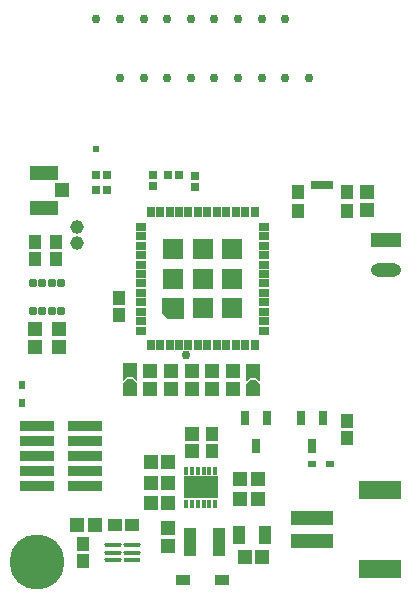
<source format=gts>
G04*
G04 #@! TF.GenerationSoftware,Altium Limited,Altium Designer,21.0.8 (223)*
G04*
G04 Layer_Color=8388736*
%FSLAX25Y25*%
%MOIN*%
G70*
G04*
G04 #@! TF.SameCoordinates,33316FA8-22EC-4851-BF61-47935A3E7C20*
G04*
G04*
G04 #@! TF.FilePolarity,Negative*
G04*
G01*
G75*
%ADD28R,0.01968X0.01968*%
%ADD43R,0.03937X0.05906*%
%ADD45R,0.05764X0.01480*%
G04:AMPARAMS|DCode=46|XSize=57.64mil|YSize=14.8mil|CornerRadius=7.4mil|HoleSize=0mil|Usage=FLASHONLY|Rotation=180.000|XOffset=0mil|YOffset=0mil|HoleType=Round|Shape=RoundedRectangle|*
%AMROUNDEDRECTD46*
21,1,0.05764,0.00000,0,0,180.0*
21,1,0.04284,0.01480,0,0,180.0*
1,1,0.01480,-0.02142,0.00000*
1,1,0.01480,0.02142,0.00000*
1,1,0.01480,0.02142,0.00000*
1,1,0.01480,-0.02142,0.00000*
%
%ADD46ROUNDEDRECTD46*%
%ADD50R,0.11400X0.03300*%
%ADD51R,0.10039X0.04528*%
%ADD52O,0.10039X0.04528*%
%ADD53R,0.09252X0.04724*%
%ADD54R,0.04724X0.04528*%
%ADD55R,0.03032X0.03032*%
%ADD56R,0.02559X0.03740*%
%ADD57R,0.04331X0.04528*%
%ADD58C,0.04528*%
G04:AMPARAMS|DCode=59|XSize=25.59mil|YSize=25.59mil|CornerRadius=5.41mil|HoleSize=0mil|Usage=FLASHONLY|Rotation=90.000|XOffset=0mil|YOffset=0mil|HoleType=Round|Shape=RoundedRectangle|*
%AMROUNDEDRECTD59*
21,1,0.02559,0.01476,0,0,90.0*
21,1,0.01476,0.02559,0,0,90.0*
1,1,0.01083,0.00738,0.00738*
1,1,0.01083,0.00738,-0.00738*
1,1,0.01083,-0.00738,-0.00738*
1,1,0.01083,-0.00738,0.00738*
%
%ADD59ROUNDEDRECTD59*%
%ADD60R,0.06890X0.06890*%
%ADD61R,0.04528X0.04528*%
%ADD62R,0.03740X0.02559*%
%ADD63R,0.11417X0.07480*%
%ADD64R,0.01772X0.03150*%
%ADD65R,0.04134X0.04528*%
%ADD66R,0.07284X0.02756*%
%ADD67R,0.03032X0.03032*%
%ADD68R,0.04528X0.04724*%
%ADD69R,0.14370X0.04528*%
%ADD70R,0.13976X0.06496*%
%ADD71R,0.04528X0.04331*%
%ADD72R,0.04370X0.09331*%
%ADD73R,0.02953X0.04528*%
%ADD74R,0.05000X0.03740*%
%ADD75R,0.01591X0.01591*%
%ADD76R,0.03150X0.02165*%
%ADD77R,0.02165X0.03150*%
%ADD78C,0.18307*%
%ADD79C,0.00591*%
%ADD80C,0.02953*%
G36*
X60630Y92913D02*
X55512D01*
X53543Y94882D01*
Y100000D01*
X60630D01*
Y92913D01*
D02*
G37*
G36*
X44878Y78140D02*
X44924Y78129D01*
X44967Y78111D01*
X45006Y78087D01*
X45041Y78056D01*
X45072Y78021D01*
X45096Y77982D01*
X45114Y77938D01*
X45125Y77893D01*
X45128Y77847D01*
X45128Y72616D01*
X45125Y72570D01*
X45114Y72525D01*
X45101Y72494D01*
X45096Y72482D01*
X45072Y72442D01*
X45041Y72407D01*
X45006Y72377D01*
X44967Y72352D01*
X44954Y72347D01*
X44924Y72335D01*
X44878Y72324D01*
X44832Y72320D01*
X44786Y72324D01*
X44741Y72335D01*
X44710Y72347D01*
X44698Y72352D01*
X44658Y72377D01*
X44623Y72407D01*
X43509Y73520D01*
X41955D01*
X40841Y72407D01*
X40806Y72377D01*
X40767Y72352D01*
X40754Y72347D01*
X40724Y72335D01*
X40678Y72324D01*
X40632Y72320D01*
X40586Y72324D01*
X40541Y72335D01*
X40498Y72352D01*
X40458Y72377D01*
X40423Y72407D01*
X40392Y72442D01*
X40368Y72482D01*
X40350Y72525D01*
X40339Y72570D01*
X40336Y72616D01*
X40336Y72616D01*
X40336Y77847D01*
X40339Y77893D01*
X40350Y77938D01*
X40368Y77982D01*
X40392Y78021D01*
X40423Y78056D01*
X40458Y78087D01*
X40498Y78111D01*
X40541Y78129D01*
X40586Y78140D01*
X40632Y78143D01*
X44832D01*
X44878Y78140D01*
D02*
G37*
G36*
X85887Y77949D02*
X85932Y77938D01*
X85975Y77921D01*
X86014Y77896D01*
X86050Y77866D01*
X86080Y77831D01*
X86104Y77791D01*
X86122Y77748D01*
X86133Y77703D01*
X86137Y77657D01*
X86137Y72426D01*
X86133Y72380D01*
X86122Y72335D01*
X86110Y72304D01*
X86104Y72292D01*
X86080Y72252D01*
X86050Y72217D01*
X86014Y72186D01*
X85975Y72162D01*
X85962Y72157D01*
X85932Y72145D01*
X85887Y72134D01*
X85840Y72130D01*
X85794Y72134D01*
X85749Y72145D01*
X85719Y72157D01*
X85706Y72162D01*
X85666Y72186D01*
X85631Y72217D01*
X84518Y73330D01*
X82963D01*
X81850Y72217D01*
X81814Y72186D01*
X81775Y72162D01*
X81762Y72157D01*
X81732Y72145D01*
X81687Y72134D01*
X81640Y72130D01*
X81594Y72134D01*
X81549Y72145D01*
X81506Y72162D01*
X81466Y72186D01*
X81431Y72217D01*
X81401Y72252D01*
X81376Y72292D01*
X81359Y72335D01*
X81348Y72380D01*
X81344Y72426D01*
X81344Y72426D01*
X81344Y77657D01*
X81348Y77703D01*
X81359Y77748D01*
X81376Y77791D01*
X81401Y77831D01*
X81431Y77866D01*
X81466Y77896D01*
X81506Y77921D01*
X81549Y77938D01*
X81594Y77949D01*
X81640Y77953D01*
X85840D01*
X85887Y77949D01*
D02*
G37*
G36*
X41832Y72725D02*
X43632D01*
X43678Y72721D01*
X43724Y72711D01*
X43754Y72698D01*
X43766Y72693D01*
X43806Y72668D01*
X43841Y72638D01*
X45041Y71438D01*
X45072Y71403D01*
X45096Y71363D01*
X45101Y71351D01*
X45114Y71320D01*
X45125Y71275D01*
X45128Y71229D01*
X45128Y71229D01*
Y67629D01*
X45125Y67583D01*
X45114Y67537D01*
X45096Y67494D01*
X45072Y67455D01*
X45041Y67419D01*
X45006Y67389D01*
X44967Y67365D01*
X44924Y67347D01*
X44878Y67336D01*
X44832Y67333D01*
X40632D01*
X40586Y67336D01*
X40541Y67347D01*
X40498Y67365D01*
X40458Y67389D01*
X40423Y67419D01*
X40392Y67455D01*
X40368Y67494D01*
X40350Y67537D01*
X40339Y67583D01*
X40336Y67629D01*
Y71229D01*
X40339Y71275D01*
X40350Y71320D01*
X40363Y71351D01*
X40368Y71363D01*
X40392Y71403D01*
X40423Y71438D01*
X41623Y72638D01*
X41658Y72668D01*
X41698Y72693D01*
X41710Y72698D01*
X41741Y72711D01*
X41786Y72721D01*
X41832Y72725D01*
X41832Y72725D01*
D02*
G37*
G36*
X82841Y72535D02*
X84640D01*
X84687Y72531D01*
X84732Y72521D01*
X84762Y72508D01*
X84775Y72503D01*
X84815Y72478D01*
X84850Y72448D01*
X86050Y71248D01*
X86080Y71213D01*
X86104Y71173D01*
X86110Y71161D01*
X86122Y71130D01*
X86133Y71085D01*
X86137Y71039D01*
X86137Y71039D01*
Y67439D01*
X86133Y67392D01*
X86122Y67347D01*
X86104Y67304D01*
X86080Y67265D01*
X86050Y67229D01*
X86014Y67199D01*
X85975Y67175D01*
X85932Y67157D01*
X85887Y67146D01*
X85840Y67143D01*
X81640D01*
X81594Y67146D01*
X81549Y67157D01*
X81506Y67175D01*
X81466Y67199D01*
X81431Y67229D01*
X81401Y67265D01*
X81376Y67304D01*
X81359Y67347D01*
X81348Y67392D01*
X81344Y67439D01*
Y71039D01*
X81348Y71085D01*
X81359Y71130D01*
X81371Y71161D01*
X81376Y71173D01*
X81401Y71213D01*
X81431Y71248D01*
X82631Y72448D01*
X82666Y72478D01*
X82706Y72503D01*
X82718Y72508D01*
X82749Y72521D01*
X82794Y72531D01*
X82840Y72535D01*
X82841Y72535D01*
D02*
G37*
D28*
X31496Y149606D02*
D03*
D43*
X79134Y20816D02*
D03*
X87795D02*
D03*
D45*
X43466Y12409D02*
D03*
D46*
Y14968D02*
D03*
Y17527D02*
D03*
X37009D02*
D03*
Y14968D02*
D03*
Y12409D02*
D03*
D50*
X27685Y37244D02*
D03*
X11685D02*
D03*
X27685Y42244D02*
D03*
X11685D02*
D03*
X27685Y47244D02*
D03*
X11685D02*
D03*
X27685Y52244D02*
D03*
X11685D02*
D03*
X27685Y57244D02*
D03*
X11685D02*
D03*
D51*
X127953Y119252D02*
D03*
D52*
Y109252D02*
D03*
D53*
X14023Y129977D02*
D03*
Y141591D02*
D03*
D54*
X20027Y135784D02*
D03*
X85316Y32733D02*
D03*
X79410D02*
D03*
X85316Y39634D02*
D03*
X79410D02*
D03*
X49573Y38326D02*
D03*
X55478D02*
D03*
X49573Y31425D02*
D03*
X55478D02*
D03*
X80905Y13386D02*
D03*
X86811D02*
D03*
X25050Y24079D02*
D03*
X30955D02*
D03*
X49573Y45228D02*
D03*
X55478D02*
D03*
D55*
X64314Y136984D02*
D03*
Y140606D02*
D03*
X50331Y140764D02*
D03*
Y137142D02*
D03*
D56*
X52756Y128543D02*
D03*
X49606D02*
D03*
X55905D02*
D03*
X59055D02*
D03*
X62205D02*
D03*
X65354D02*
D03*
X68504D02*
D03*
X71653D02*
D03*
X74803D02*
D03*
X77953D02*
D03*
X81102D02*
D03*
X84252D02*
D03*
Y84055D02*
D03*
X81102D02*
D03*
X77953D02*
D03*
X74803D02*
D03*
X71653D02*
D03*
X68504D02*
D03*
X65354D02*
D03*
X62205D02*
D03*
X59055D02*
D03*
X55905D02*
D03*
X52756D02*
D03*
X49606D02*
D03*
D57*
X18009Y112816D02*
D03*
X11113D02*
D03*
X115157Y53248D02*
D03*
Y58957D02*
D03*
X38974Y94216D02*
D03*
Y99924D02*
D03*
X70137Y48835D02*
D03*
Y54544D02*
D03*
X11113Y118524D02*
D03*
X18009D02*
D03*
X27100Y12296D02*
D03*
Y18004D02*
D03*
D58*
X24919Y123600D02*
D03*
Y118350D02*
D03*
D59*
X19760Y104958D02*
D03*
X16611D02*
D03*
X10311D02*
D03*
X19839Y95509D02*
D03*
X13461D02*
D03*
Y104958D02*
D03*
X16611Y95509D02*
D03*
X10311D02*
D03*
D60*
X66929Y96457D02*
D03*
X76772Y116142D02*
D03*
Y106299D02*
D03*
Y96457D02*
D03*
X66929Y116142D02*
D03*
Y106299D02*
D03*
X57087Y116142D02*
D03*
X57097Y106299D02*
D03*
D61*
X57087Y96457D02*
D03*
D62*
X46457Y88976D02*
D03*
Y92126D02*
D03*
Y95276D02*
D03*
Y98425D02*
D03*
Y101575D02*
D03*
Y104724D02*
D03*
Y107874D02*
D03*
Y111024D02*
D03*
Y114173D02*
D03*
Y117323D02*
D03*
Y120472D02*
D03*
Y123622D02*
D03*
X87402D02*
D03*
Y120472D02*
D03*
Y117323D02*
D03*
Y114173D02*
D03*
Y111024D02*
D03*
Y107874D02*
D03*
Y104724D02*
D03*
Y101575D02*
D03*
Y98425D02*
D03*
Y95276D02*
D03*
Y92126D02*
D03*
Y88976D02*
D03*
D63*
X66263Y36764D02*
D03*
D64*
X71184Y31253D02*
D03*
X69216D02*
D03*
X67247D02*
D03*
X65279D02*
D03*
X63310D02*
D03*
X61342D02*
D03*
Y42276D02*
D03*
X63310D02*
D03*
X65279D02*
D03*
X67247D02*
D03*
X69216D02*
D03*
X71184D02*
D03*
D65*
X98819Y128740D02*
D03*
X114961Y135039D02*
D03*
X98819D02*
D03*
X114961Y128740D02*
D03*
D66*
X106888Y137500D02*
D03*
D67*
X31461Y135852D02*
D03*
X35083D02*
D03*
X31461Y140720D02*
D03*
X35083D02*
D03*
X55512Y140764D02*
D03*
X59134D02*
D03*
D68*
X11067Y83524D02*
D03*
X55478Y17291D02*
D03*
Y23197D02*
D03*
X63236Y54644D02*
D03*
Y48738D02*
D03*
X11067Y89429D02*
D03*
X70137Y75436D02*
D03*
Y69530D02*
D03*
X56335Y75436D02*
D03*
Y69530D02*
D03*
X63236Y75436D02*
D03*
Y69530D02*
D03*
X77038Y75436D02*
D03*
Y69530D02*
D03*
X49434Y75436D02*
D03*
Y69530D02*
D03*
X19004Y89429D02*
D03*
Y83524D02*
D03*
X121664Y129134D02*
D03*
Y135039D02*
D03*
D69*
X103347Y18701D02*
D03*
Y26575D02*
D03*
D70*
X125984Y9449D02*
D03*
Y35827D02*
D03*
D71*
X43560Y24079D02*
D03*
X37852D02*
D03*
D72*
X62894Y18669D02*
D03*
X72539D02*
D03*
D73*
X103390Y50394D02*
D03*
X99650Y59842D02*
D03*
X107131D02*
D03*
X84646Y50394D02*
D03*
X80905Y59842D02*
D03*
X88386D02*
D03*
D74*
X60433Y5906D02*
D03*
X73425D02*
D03*
D75*
X42732Y76216D02*
D03*
Y69729D02*
D03*
X83740Y76026D02*
D03*
Y69539D02*
D03*
D76*
X109252Y44579D02*
D03*
X103347D02*
D03*
D77*
X6890Y70866D02*
D03*
Y64961D02*
D03*
D78*
X11811Y11811D02*
D03*
D79*
Y153543D02*
D03*
X122047D02*
D03*
D80*
X31496Y192913D02*
D03*
X39370D02*
D03*
X47244D02*
D03*
X55118D02*
D03*
X62992D02*
D03*
X70866D02*
D03*
X78740D02*
D03*
X86614D02*
D03*
X94488D02*
D03*
X102362Y173228D02*
D03*
X94488D02*
D03*
X86614D02*
D03*
X78740D02*
D03*
X70866D02*
D03*
X62992D02*
D03*
X55118D02*
D03*
X47244D02*
D03*
X39370D02*
D03*
X57087Y106299D02*
D03*
X61282Y80844D02*
D03*
M02*

</source>
